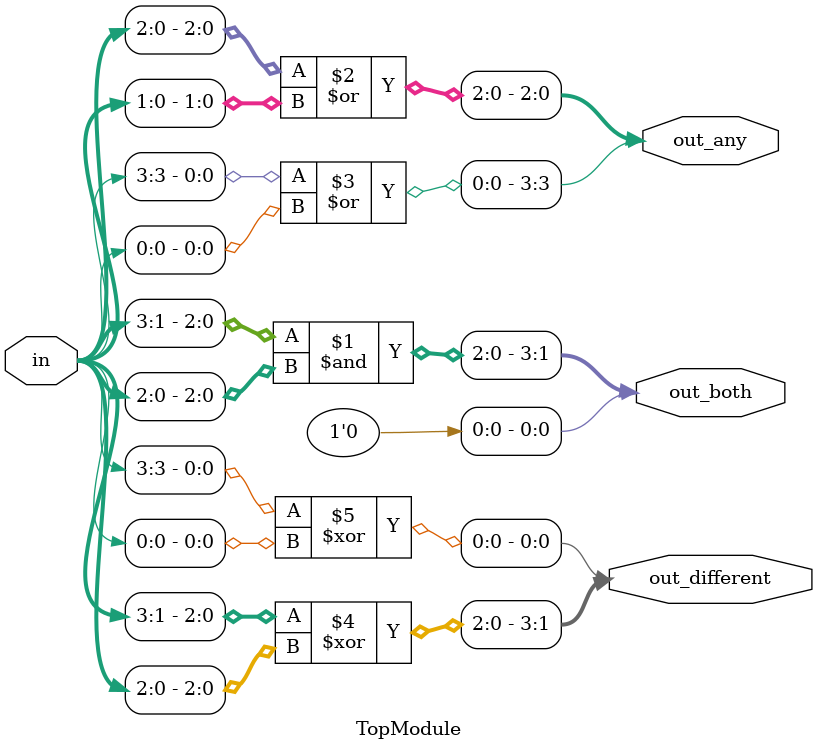
<source format=sv>
module TopModule
(
  input  logic [3:0] in,
  output logic [3:0] out_both,
  output logic [3:0] out_any,
  output logic [3:0] out_different
);

  // Combinational logic

  assign out_both[3:1] = in[3:1] & in[2:0];
  assign out_both[0] = 0;

  assign out_any[2:0] = in[2:0] | in[1:0];
  assign out_any[3] = in[3] | in[0];

  assign out_different[3:1] = in[3:1] ^ in[2:0];
  assign out_different[0] = in[3] ^ in[0];

endmodule
</source>
